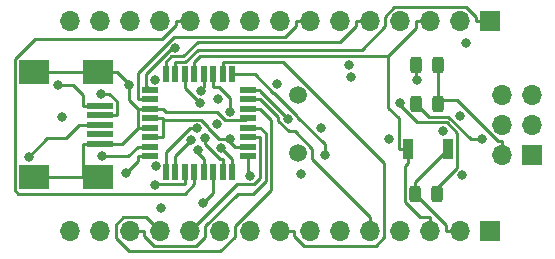
<source format=gbr>
%TF.GenerationSoftware,KiCad,Pcbnew,7.0.10*%
%TF.CreationDate,2024-02-19T12:28:25+05:30*%
%TF.ProjectId,ArduinoNano _Rudra_2021eeb1208,41726475-696e-46f4-9e61-6e6f205f5275,rev?*%
%TF.SameCoordinates,Original*%
%TF.FileFunction,Copper,L1,Top*%
%TF.FilePolarity,Positive*%
%FSLAX46Y46*%
G04 Gerber Fmt 4.6, Leading zero omitted, Abs format (unit mm)*
G04 Created by KiCad (PCBNEW 7.0.10) date 2024-02-19 12:28:25*
%MOMM*%
%LPD*%
G01*
G04 APERTURE LIST*
G04 Aperture macros list*
%AMRoundRect*
0 Rectangle with rounded corners*
0 $1 Rounding radius*
0 $2 $3 $4 $5 $6 $7 $8 $9 X,Y pos of 4 corners*
0 Add a 4 corners polygon primitive as box body*
4,1,4,$2,$3,$4,$5,$6,$7,$8,$9,$2,$3,0*
0 Add four circle primitives for the rounded corners*
1,1,$1+$1,$2,$3*
1,1,$1+$1,$4,$5*
1,1,$1+$1,$6,$7*
1,1,$1+$1,$8,$9*
0 Add four rect primitives between the rounded corners*
20,1,$1+$1,$2,$3,$4,$5,0*
20,1,$1+$1,$4,$5,$6,$7,0*
20,1,$1+$1,$6,$7,$8,$9,0*
20,1,$1+$1,$8,$9,$2,$3,0*%
G04 Aperture macros list end*
%TA.AperFunction,SMDPad,CuDef*%
%ADD10R,0.900000X1.700000*%
%TD*%
%TA.AperFunction,ComponentPad*%
%ADD11R,1.700000X1.700000*%
%TD*%
%TA.AperFunction,ComponentPad*%
%ADD12O,1.700000X1.700000*%
%TD*%
%TA.AperFunction,SMDPad,CuDef*%
%ADD13RoundRect,0.243750X-0.243750X-0.456250X0.243750X-0.456250X0.243750X0.456250X-0.243750X0.456250X0*%
%TD*%
%TA.AperFunction,SMDPad,CuDef*%
%ADD14R,2.250000X0.500000*%
%TD*%
%TA.AperFunction,SMDPad,CuDef*%
%ADD15R,2.500000X2.000000*%
%TD*%
%TA.AperFunction,ComponentPad*%
%ADD16C,1.500000*%
%TD*%
%TA.AperFunction,SMDPad,CuDef*%
%ADD17R,1.473200X0.508000*%
%TD*%
%TA.AperFunction,SMDPad,CuDef*%
%ADD18R,0.508000X1.473200*%
%TD*%
%TA.AperFunction,ViaPad*%
%ADD19C,0.800000*%
%TD*%
%TA.AperFunction,Conductor*%
%ADD20C,0.250000*%
%TD*%
G04 APERTURE END LIST*
D10*
%TO.P,RST1,1,1*%
%TO.N,/RST*%
X93120500Y-107950000D03*
%TO.P,RST1,2,2*%
%TO.N,GND*%
X96520500Y-107950000D03*
%TD*%
D11*
%TO.P,ICSP1,1,MISO*%
%TO.N,/D12{slash}MISO*%
X103632000Y-108458000D03*
D12*
%TO.P,ICSP1,2,VCC*%
%TO.N,+5V*%
X101092000Y-108458000D03*
%TO.P,ICSP1,3,SCK*%
%TO.N,/D13{slash}SCK*%
X103632000Y-105918000D03*
%TO.P,ICSP1,4,MOSI*%
%TO.N,/D11{slash}MOSI*%
X101092000Y-105918000D03*
%TO.P,ICSP1,5,~{RST}*%
%TO.N,/RST*%
X103632000Y-103378000D03*
%TO.P,ICSP1,6,GND*%
%TO.N,GND*%
X101092000Y-103378000D03*
%TD*%
D13*
%TO.P,L1,1,K*%
%TO.N,GND*%
X93707500Y-111760000D03*
%TO.P,L1,2,A*%
%TO.N,Net-(L1-A)*%
X95582500Y-111760000D03*
%TD*%
%TO.P,RX1,1,K*%
%TO.N,Net-(RX1-K)*%
X93804500Y-104140000D03*
%TO.P,RX1,2,A*%
%TO.N,+5V*%
X95679500Y-104140000D03*
%TD*%
D14*
%TO.P,J7,1,VBUS*%
%TO.N,VUSB*%
X67043000Y-104318000D03*
%TO.P,J7,2,D-*%
%TO.N,Net-(J7-D-)*%
X67043000Y-105118000D03*
%TO.P,J7,3,D+*%
%TO.N,Net-(J7-D+)*%
X67043000Y-105918000D03*
%TO.P,J7,4,ID*%
%TO.N,unconnected-(J7-ID-Pad4)*%
X67043000Y-106718000D03*
%TO.P,J7,5,GND*%
%TO.N,GND*%
X67043000Y-107518000D03*
D15*
%TO.P,J7,SH1,SHIELD*%
X66918000Y-101468000D03*
%TO.P,J7,SH2,SHIELD*%
X66918000Y-110368000D03*
%TO.P,J7,SH3,SHIELD*%
X61468000Y-101468000D03*
%TO.P,J7,SH4,SHIELD*%
X61468000Y-110368000D03*
%TD*%
D13*
%TO.P,TX1,1,K*%
%TO.N,Net-(TX1-K)*%
X93804500Y-100838000D03*
%TO.P,TX1,2,A*%
%TO.N,+5V*%
X95679500Y-100838000D03*
%TD*%
D16*
%TO.P,Y1,1,1*%
%TO.N,Net-(U1-(PCINT6{slash}XTAL1{slash}TOSC1)_PB6)*%
X83820000Y-108258000D03*
%TO.P,Y1,2,2*%
%TO.N,Net-(U1-(PCINT7{slash}XTAL2{slash}TOSC2)_PB7)*%
X83820000Y-103378000D03*
%TD*%
D17*
%TO.P,U1,1,(PCINT19/OC2B/INT1)_PD3*%
%TO.N,/D3*%
X71323200Y-102971600D03*
%TO.P,U1,2,(PCINT20/XCK/T0)_PD4*%
%TO.N,/D4*%
X71323200Y-103759000D03*
%TO.P,U1,3,GND_3*%
%TO.N,GND*%
X71323200Y-104571800D03*
%TO.P,U1,4,VCC_2*%
%TO.N,+5C*%
X71323200Y-105359200D03*
%TO.P,U1,5,GND*%
%TO.N,GND*%
X71323200Y-106172000D03*
%TO.P,U1,6,VCC*%
%TO.N,+5C*%
X71323200Y-106959400D03*
%TO.P,U1,7,(PCINT6/XTAL1/TOSC1)_PB6*%
%TO.N,Net-(U1-(PCINT6{slash}XTAL1{slash}TOSC1)_PB6)*%
X71323200Y-107772200D03*
%TO.P,U1,8,(PCINT7/XTAL2/TOSC2)_PB7*%
%TO.N,Net-(U1-(PCINT7{slash}XTAL2{slash}TOSC2)_PB7)*%
X71323200Y-108559600D03*
D18*
%TO.P,U1,9,(PCINT21/OC0B/T1)_PD5*%
%TO.N,/D5*%
X72644000Y-109880400D03*
%TO.P,U1,10,(PCINT22/OC0A/AIN0)_PD6*%
%TO.N,/D6*%
X73431400Y-109880400D03*
%TO.P,U1,11,(PCINT23/AIN1)_PD7*%
%TO.N,/D7*%
X74244200Y-109880400D03*
%TO.P,U1,12,(PCINT0/CLKO/ICP1)_PB0*%
%TO.N,/D8*%
X75031600Y-109880400D03*
%TO.P,U1,13,(PCINT1/OC1A)_PB1*%
%TO.N,/D9*%
X75844400Y-109880400D03*
%TO.P,U1,14,(PCINT2/SS/OC1B)_PB2*%
%TO.N,/D10*%
X76631800Y-109880400D03*
%TO.P,U1,15,(PCINT3/OC2A/MOSI)_PB3*%
%TO.N,/D11{slash}MOSI*%
X77444600Y-109880400D03*
%TO.P,U1,16,(PCINT4/MISO)_PB4*%
%TO.N,/D12{slash}MISO*%
X78232000Y-109880400D03*
D17*
%TO.P,U1,17,PB5_(SCK/PCINT5)*%
%TO.N,/D13{slash}SCK*%
X79552800Y-108559600D03*
%TO.P,U1,18,AVCC*%
%TO.N,+5C*%
X79552800Y-107772200D03*
%TO.P,U1,19,ADC6*%
%TO.N,/A6*%
X79552800Y-106959400D03*
%TO.P,U1,20,AREF*%
%TO.N,/AREF*%
X79552800Y-106172000D03*
%TO.P,U1,21,GND_2*%
%TO.N,GND*%
X79552800Y-105359200D03*
%TO.P,U1,22,ADC7*%
%TO.N,/A7*%
X79552800Y-104571800D03*
%TO.P,U1,23,PC0_(ADC0/PCINT8)*%
%TO.N,/A0*%
X79552800Y-103759000D03*
%TO.P,U1,24,PC1_(ADC1/PCINT9)*%
%TO.N,/A1*%
X79552800Y-102971600D03*
D18*
%TO.P,U1,25,PC2_(ADC2/PCINT10)*%
%TO.N,/A2*%
X78232000Y-101650800D03*
%TO.P,U1,26,PC3_(ADC3/PCINT11)*%
%TO.N,/A3*%
X77444600Y-101650800D03*
%TO.P,U1,27,PC4_(ADC4/SDA/PCINT12)*%
%TO.N,/A4*%
X76631800Y-101650800D03*
%TO.P,U1,28,PC5_(ADC5/SCL/PCINT13)*%
%TO.N,/A5*%
X75844400Y-101650800D03*
%TO.P,U1,29,PC6_(RESET/PCINT14)*%
%TO.N,/RST*%
X75031600Y-101650800D03*
%TO.P,U1,30,PD0_(RXD/PCINT16)*%
%TO.N,/D0{slash}RX*%
X74244200Y-101650800D03*
%TO.P,U1,31,PD1_(TXD/PCINT17)*%
%TO.N,/D1{slash}TX*%
X73431400Y-101650800D03*
%TO.P,U1,32,PD2_(INT0/PCINT18)*%
%TO.N,/D2*%
X72644000Y-101650800D03*
%TD*%
D12*
%TO.P,J2,15,Pin_15*%
%TO.N,/D13{slash}SCK*%
X64516000Y-114935000D03*
%TO.P,J2,14,Pin_14*%
%TO.N,+3V3*%
X67056000Y-114935000D03*
%TO.P,J2,13,Pin_13*%
%TO.N,/AREF*%
X69596000Y-114935000D03*
%TO.P,J2,12,Pin_12*%
%TO.N,/A7*%
X72136000Y-114935000D03*
%TO.P,J2,11,Pin_11*%
%TO.N,/A6*%
X74676000Y-114935000D03*
%TO.P,J2,10,Pin_10*%
%TO.N,/A5*%
X77216000Y-114935000D03*
%TO.P,J2,9,Pin_9*%
%TO.N,/A4*%
X79756000Y-114935000D03*
%TO.P,J2,8,Pin_8*%
%TO.N,/A3*%
X82296000Y-114935000D03*
%TO.P,J2,7,Pin_7*%
%TO.N,/A2*%
X84836000Y-114935000D03*
%TO.P,J2,6,Pin_6*%
%TO.N,/A1*%
X87376000Y-114935000D03*
%TO.P,J2,5,Pin_5*%
%TO.N,/A0*%
X89916000Y-114935000D03*
%TO.P,J2,4,Pin_4*%
%TO.N,+5V*%
X92456000Y-114935000D03*
%TO.P,J2,3,Pin_3*%
%TO.N,/RST*%
X94996000Y-114935000D03*
%TO.P,J2,2,Pin_2*%
%TO.N,GND*%
X97536000Y-114935000D03*
D11*
%TO.P,J2,1,Pin_1*%
%TO.N,VIN*%
X100076000Y-114935000D03*
%TD*%
D12*
%TO.P,J4,15,Pin_15*%
%TO.N,/D12{slash}MISO*%
X64516000Y-97155000D03*
%TO.P,J4,14,Pin_14*%
%TO.N,/D11{slash}MOSI*%
X67056000Y-97155000D03*
%TO.P,J4,13,Pin_13*%
%TO.N,/D10*%
X69596000Y-97155000D03*
%TO.P,J4,12,Pin_12*%
%TO.N,/D9*%
X72136000Y-97155000D03*
%TO.P,J4,11,Pin_11*%
%TO.N,/D8*%
X74676000Y-97155000D03*
%TO.P,J4,10,Pin_10*%
%TO.N,/D7*%
X77216000Y-97155000D03*
%TO.P,J4,9,Pin_9*%
%TO.N,/D6*%
X79756000Y-97155000D03*
%TO.P,J4,8,Pin_8*%
%TO.N,/D5*%
X82296000Y-97155000D03*
%TO.P,J4,7,Pin_7*%
%TO.N,/D4*%
X84836000Y-97155000D03*
%TO.P,J4,6,Pin_6*%
%TO.N,/D3*%
X87376000Y-97155000D03*
%TO.P,J4,5,Pin_5*%
%TO.N,/D2*%
X89916000Y-97155000D03*
%TO.P,J4,4,Pin_4*%
%TO.N,GND*%
X92456000Y-97155000D03*
%TO.P,J4,3,Pin_3*%
%TO.N,/RST*%
X94996000Y-97155000D03*
%TO.P,J4,2,Pin_2*%
%TO.N,/D0{slash}RX*%
X97536000Y-97155000D03*
D11*
%TO.P,J4,1,Pin_1*%
%TO.N,/D1{slash}TX*%
X100076000Y-97155000D03*
%TD*%
D19*
%TO.N,Net-(RX1-K)*%
X99406400Y-107099600D03*
%TO.N,Net-(TX1-K)*%
X93926900Y-102144400D03*
%TO.N,Net-(L1-A)*%
X92419200Y-104071500D03*
%TO.N,Net-(J7-D+)*%
X61028900Y-108637600D03*
%TO.N,Net-(J7-D-)*%
X67131400Y-103268000D03*
%TO.N,Net-(VREG1-A)*%
X88347500Y-101841400D03*
X63807700Y-105281700D03*
%TO.N,VUSB*%
X96102400Y-106436700D03*
X84082800Y-110059300D03*
X63480200Y-102573400D03*
%TO.N,Net-(USB1-CBUS0)*%
X85767100Y-106205600D03*
X97730600Y-110154400D03*
%TO.N,/TX*%
X77080300Y-103702300D03*
X98044000Y-99026800D03*
%TO.N,+3V3*%
X72257600Y-112937400D03*
X82004900Y-102431300D03*
%TO.N,Net-(USB1-DTR)*%
X71777800Y-109420700D03*
X91564700Y-107150300D03*
%TO.N,/RX*%
X76959000Y-105855300D03*
X88146600Y-100823300D03*
%TO.N,/D0{slash}RX*%
X75556700Y-104102100D03*
%TO.N,/A5*%
X75618900Y-103064900D03*
%TO.N,/A4*%
X78095800Y-104798600D03*
%TO.N,/A2*%
X86070700Y-108467000D03*
%TO.N,/A1*%
X82999900Y-105411200D03*
%TO.N,/D13{slash}SCK*%
X79765500Y-110228100D03*
%TO.N,/D12{slash}MISO*%
X77311200Y-107894500D03*
%TO.N,/D11{slash}MOSI*%
X75966700Y-107021100D03*
%TO.N,/D10*%
X75789500Y-112560500D03*
%TO.N,/AREF*%
X97544600Y-105169500D03*
%TO.N,/D9*%
X75352800Y-108072400D03*
%TO.N,/D7*%
X71684200Y-111006800D03*
%TO.N,/D6*%
X74804900Y-107169100D03*
%TO.N,/D5*%
X75255200Y-106194500D03*
%TO.N,/D3*%
X73422600Y-99391200D03*
%TO.N,Net-(U1-(PCINT7{slash}XTAL2{slash}TOSC2)_PB7)*%
X69246100Y-110011900D03*
%TO.N,+5C*%
X78047900Y-107072400D03*
X71674800Y-102083500D03*
%TO.N,Net-(U1-(PCINT6{slash}XTAL1{slash}TOSC1)_PB6)*%
X67187200Y-108581900D03*
%TO.N,GND*%
X69477600Y-102544500D03*
%TD*%
D20*
%TO.N,/D8*%
X75031600Y-109880400D02*
X75031600Y-110943900D01*
X59837800Y-111462500D02*
X59837800Y-100364900D01*
X74238200Y-111737300D02*
X60112600Y-111737300D01*
X75031600Y-110943900D02*
X74238200Y-111737300D01*
X73499100Y-97155000D02*
X74676000Y-97155000D01*
X60112600Y-111737300D02*
X59837800Y-111462500D01*
X59837800Y-100364900D02*
X61564500Y-98638200D01*
X72317200Y-98638200D02*
X73499100Y-97456300D01*
X61564500Y-98638200D02*
X72317200Y-98638200D01*
X73499100Y-97456300D02*
X73499100Y-97155000D01*
%TO.N,Net-(RX1-K)*%
X94877300Y-105212800D02*
X93804500Y-104140000D01*
X96557000Y-105212800D02*
X94877300Y-105212800D01*
X98443800Y-107099600D02*
X96557000Y-105212800D01*
X99406400Y-107099600D02*
X98443800Y-107099600D01*
%TO.N,Net-(TX1-K)*%
X93804500Y-102022000D02*
X93926900Y-102144400D01*
X93804500Y-100838000D02*
X93804500Y-102022000D01*
%TO.N,Net-(L1-A)*%
X95582500Y-111274600D02*
X95582500Y-111760000D01*
X97297400Y-109559700D02*
X95582500Y-111274600D01*
X97297400Y-106595400D02*
X97297400Y-109559700D01*
X96411800Y-105709800D02*
X97297400Y-106595400D01*
X93865400Y-105709800D02*
X96411800Y-105709800D01*
X92419200Y-104263600D02*
X93865400Y-105709800D01*
X92419200Y-104071500D02*
X92419200Y-104263600D01*
%TO.N,/RST*%
X94996000Y-97155000D02*
X93819100Y-97155000D01*
X93120500Y-107950000D02*
X92343600Y-107950000D01*
X94996000Y-114935000D02*
X94996000Y-113758100D01*
X93120500Y-107950000D02*
X93120500Y-109126900D01*
X75031600Y-101650800D02*
X75031600Y-100587300D01*
X94186900Y-113758100D02*
X94996000Y-113758100D01*
X92887600Y-112458800D02*
X94186900Y-113758100D01*
X92887600Y-109359800D02*
X92887600Y-112458800D01*
X93120500Y-109126900D02*
X92887600Y-109359800D01*
X93819100Y-97694700D02*
X91447400Y-100066400D01*
X93819100Y-97155000D02*
X93819100Y-97694700D01*
X92343600Y-105355000D02*
X92343600Y-107950000D01*
X91447400Y-104458800D02*
X92343600Y-105355000D01*
X91447400Y-100066400D02*
X91447400Y-104458800D01*
X75552500Y-100066400D02*
X91447400Y-100066400D01*
X75031600Y-100587300D02*
X75552500Y-100066400D01*
%TO.N,Net-(J7-D+)*%
X62600400Y-107066100D02*
X61028900Y-108637600D01*
X64158400Y-107066100D02*
X62600400Y-107066100D01*
X65306500Y-105918000D02*
X64158400Y-107066100D01*
X67043000Y-105918000D02*
X65306500Y-105918000D01*
%TO.N,Net-(J7-D-)*%
X67830300Y-103268000D02*
X67131400Y-103268000D01*
X68494900Y-103932600D02*
X67830300Y-103268000D01*
X68494900Y-105118000D02*
X68494900Y-103932600D01*
X67043000Y-105118000D02*
X68494900Y-105118000D01*
%TO.N,/D2*%
X89916000Y-97155000D02*
X88739100Y-97155000D01*
X72644000Y-101650800D02*
X72644000Y-100587300D01*
X88739100Y-97522800D02*
X88739100Y-97155000D01*
X87342200Y-98919700D02*
X88739100Y-97522800D01*
X75318300Y-98919700D02*
X87342200Y-98919700D01*
X74119900Y-100118100D02*
X75318300Y-98919700D01*
X73113200Y-100118100D02*
X74119900Y-100118100D01*
X72644000Y-100587300D02*
X73113200Y-100118100D01*
%TO.N,VUSB*%
X65591100Y-103410200D02*
X65591100Y-104318000D01*
X64754300Y-102573400D02*
X65591100Y-103410200D01*
X63480200Y-102573400D02*
X64754300Y-102573400D01*
X67043000Y-104318000D02*
X65591100Y-104318000D01*
%TO.N,/D1{slash}TX*%
X100076000Y-97155000D02*
X98899100Y-97155000D01*
X73431400Y-101650800D02*
X73431400Y-100587300D01*
X98899100Y-96787200D02*
X98899100Y-97155000D01*
X98079300Y-95967400D02*
X98899100Y-96787200D01*
X91972300Y-95967400D02*
X98079300Y-95967400D01*
X91186000Y-96753700D02*
X91972300Y-95967400D01*
X91186000Y-97561400D02*
X91186000Y-96753700D01*
X89201800Y-99545600D02*
X91186000Y-97561400D01*
X75331600Y-99545600D02*
X89201800Y-99545600D01*
X74289900Y-100587300D02*
X75331600Y-99545600D01*
X73431400Y-100587300D02*
X74289900Y-100587300D01*
%TO.N,/D0{slash}RX*%
X74244200Y-102789600D02*
X75556700Y-104102100D01*
X74244200Y-101650800D02*
X74244200Y-102789600D01*
%TO.N,/A5*%
X75844400Y-101650800D02*
X75844400Y-102714300D01*
X75618900Y-102939800D02*
X75618900Y-103064900D01*
X75844400Y-102714300D02*
X75618900Y-102939800D01*
%TO.N,/A4*%
X76631800Y-101650800D02*
X76631800Y-102714300D01*
X78095800Y-103658300D02*
X78095800Y-104798600D01*
X77151800Y-102714300D02*
X78095800Y-103658300D01*
X76631800Y-102714300D02*
X77151800Y-102714300D01*
%TO.N,/A3*%
X82296000Y-114935000D02*
X83472900Y-114935000D01*
X77444600Y-101650800D02*
X77444600Y-100587300D01*
X83472900Y-115302800D02*
X83472900Y-114935000D01*
X84326500Y-116156400D02*
X83472900Y-115302800D01*
X90402900Y-116156400D02*
X84326500Y-116156400D01*
X91115600Y-115443700D02*
X90402900Y-116156400D01*
X91115600Y-109146100D02*
X91115600Y-115443700D01*
X82556800Y-100587300D02*
X91115600Y-109146100D01*
X77444600Y-100587300D02*
X82556800Y-100587300D01*
%TO.N,/A2*%
X86070700Y-107539200D02*
X86070700Y-108467000D01*
X83765400Y-105233900D02*
X86070700Y-107539200D01*
X83765400Y-105143900D02*
X83765400Y-105233900D01*
X81816500Y-103195000D02*
X83765400Y-105143900D01*
X81740700Y-103195000D02*
X81816500Y-103195000D01*
X80196500Y-101650800D02*
X81740700Y-103195000D01*
X78232000Y-101650800D02*
X80196500Y-101650800D01*
%TO.N,/A1*%
X79552800Y-102971600D02*
X80616300Y-102971600D01*
X80616300Y-103027600D02*
X82999900Y-105411200D01*
X80616300Y-102971600D02*
X80616300Y-103027600D01*
%TO.N,/A0*%
X89916000Y-114935000D02*
X89916000Y-113758100D01*
X79552800Y-103759000D02*
X80616300Y-103759000D01*
X85006000Y-108848100D02*
X89916000Y-113758100D01*
X85006000Y-107920700D02*
X85006000Y-108848100D01*
X83544300Y-106459000D02*
X85006000Y-107920700D01*
X83019400Y-106459000D02*
X83544300Y-106459000D01*
X82119700Y-105559300D02*
X83019400Y-106459000D01*
X82119700Y-105262400D02*
X82119700Y-105559300D01*
X80616300Y-103759000D02*
X82119700Y-105262400D01*
%TO.N,/A7*%
X79552800Y-104571800D02*
X80616300Y-104571800D01*
X70959100Y-113758100D02*
X72136000Y-114935000D01*
X69032400Y-113758100D02*
X70959100Y-113758100D01*
X68414300Y-114376200D02*
X69032400Y-113758100D01*
X68414300Y-115496600D02*
X68414300Y-114376200D01*
X69543900Y-116626200D02*
X68414300Y-115496600D01*
X77233100Y-116626200D02*
X69543900Y-116626200D01*
X78486000Y-115373300D02*
X77233100Y-116626200D01*
X78486000Y-114464900D02*
X78486000Y-115373300D01*
X81553000Y-111397900D02*
X78486000Y-114464900D01*
X81553000Y-105508500D02*
X81553000Y-111397900D01*
X80616300Y-104571800D02*
X81553000Y-105508500D01*
%TO.N,/A6*%
X79552800Y-106959400D02*
X80616300Y-106959400D01*
X80616300Y-110405300D02*
X80616300Y-106959400D01*
X80066600Y-110955000D02*
X80616300Y-110405300D01*
X78656000Y-110955000D02*
X80066600Y-110955000D01*
X74676000Y-114935000D02*
X78656000Y-110955000D01*
%TO.N,/D13{slash}SCK*%
X79552800Y-110015400D02*
X79765500Y-110228100D01*
X79552800Y-108559600D02*
X79552800Y-110015400D01*
%TO.N,/D12{slash}MISO*%
X78232000Y-109880400D02*
X78232000Y-108816900D01*
X77311200Y-107896100D02*
X77311200Y-107894500D01*
X78232000Y-108816900D02*
X77311200Y-107896100D01*
%TO.N,/D11{slash}MOSI*%
X75966700Y-107578300D02*
X75966700Y-107021100D01*
X77205300Y-108816900D02*
X75966700Y-107578300D01*
X77444600Y-108816900D02*
X77205300Y-108816900D01*
X77444600Y-109880400D02*
X77444600Y-108816900D01*
%TO.N,/D10*%
X76631800Y-111718200D02*
X76631800Y-109880400D01*
X75789500Y-112560500D02*
X76631800Y-111718200D01*
%TO.N,/AREF*%
X79552800Y-106172000D02*
X80616300Y-106172000D01*
X69596000Y-114935000D02*
X70772900Y-114935000D01*
X81085500Y-106641200D02*
X80616300Y-106172000D01*
X81085500Y-110632700D02*
X81085500Y-106641200D01*
X79981600Y-111736600D02*
X81085500Y-110632700D01*
X78717900Y-111736600D02*
X79981600Y-111736600D01*
X75946000Y-114508500D02*
X78717900Y-111736600D01*
X75946000Y-115412900D02*
X75946000Y-114508500D01*
X75187700Y-116171200D02*
X75946000Y-115412900D01*
X71643300Y-116171200D02*
X75187700Y-116171200D01*
X70772900Y-115300800D02*
X71643300Y-116171200D01*
X70772900Y-114935000D02*
X70772900Y-115300800D01*
%TO.N,/D9*%
X75844400Y-109880400D02*
X75844400Y-108816900D01*
X75352800Y-108325300D02*
X75352800Y-108072400D01*
X75844400Y-108816900D02*
X75352800Y-108325300D01*
%TO.N,/D7*%
X74244200Y-109880400D02*
X74244200Y-110943900D01*
X71747100Y-110943900D02*
X71684200Y-111006800D01*
X74244200Y-110943900D02*
X71747100Y-110943900D01*
%TO.N,/D6*%
X73431400Y-108542600D02*
X73431400Y-109880400D01*
X74804900Y-107169100D02*
X73431400Y-108542600D01*
%TO.N,/D5*%
X74703200Y-106194500D02*
X75255200Y-106194500D01*
X72644000Y-108253700D02*
X74703200Y-106194500D01*
X72644000Y-109880400D02*
X72644000Y-108253700D01*
%TO.N,/D4*%
X83659100Y-97520800D02*
X83659100Y-97155000D01*
X82741800Y-98438100D02*
X83659100Y-97520800D01*
X73347800Y-98438100D02*
X82741800Y-98438100D01*
X70259700Y-101526200D02*
X73347800Y-98438100D01*
X70259700Y-103759000D02*
X70259700Y-101526200D01*
X71323200Y-103759000D02*
X70259700Y-103759000D01*
X84836000Y-97155000D02*
X83659100Y-97155000D01*
%TO.N,/D3*%
X73184300Y-99391200D02*
X73422600Y-99391200D01*
X70935200Y-101640300D02*
X73184300Y-99391200D01*
X70935200Y-102583600D02*
X70935200Y-101640300D01*
X71323200Y-102971600D02*
X70935200Y-102583600D01*
%TO.N,Net-(U1-(PCINT7{slash}XTAL2{slash}TOSC2)_PB7)*%
X71323200Y-108559600D02*
X70259700Y-108559600D01*
X70259700Y-108998300D02*
X69246100Y-110011900D01*
X70259700Y-108559600D02*
X70259700Y-108998300D01*
%TO.N,+5C*%
X71323200Y-105359200D02*
X72386700Y-105359200D01*
X71323200Y-106959400D02*
X72386700Y-106959400D01*
X79552800Y-107772200D02*
X78489300Y-107772200D01*
X72386700Y-106959400D02*
X72386700Y-105465100D01*
X72386700Y-105465100D02*
X72386700Y-105359200D01*
X78047900Y-107330800D02*
X78489300Y-107772200D01*
X78047900Y-107072400D02*
X78047900Y-107330800D01*
X77148200Y-107072400D02*
X78047900Y-107072400D01*
X76232100Y-106156300D02*
X77148200Y-107072400D01*
X76232100Y-106081300D02*
X76232100Y-106156300D01*
X75615900Y-105465100D02*
X76232100Y-106081300D01*
X72386700Y-105465100D02*
X75615900Y-105465100D01*
%TO.N,+5V*%
X101092000Y-108458000D02*
X101092000Y-107281100D01*
X95679500Y-103479200D02*
X96009900Y-103809600D01*
X95679500Y-100838000D02*
X95679500Y-103479200D01*
X96009900Y-103809600D02*
X95679500Y-104140000D01*
X97296300Y-103809600D02*
X96009900Y-103809600D01*
X100767800Y-107281100D02*
X97296300Y-103809600D01*
X101092000Y-107281100D02*
X100767800Y-107281100D01*
%TO.N,Net-(U1-(PCINT6{slash}XTAL1{slash}TOSC1)_PB6)*%
X71323200Y-107772200D02*
X70259700Y-107772200D01*
X69450000Y-108581900D02*
X67187200Y-108581900D01*
X70259700Y-107772200D02*
X69450000Y-108581900D01*
%TO.N,GND*%
X67043000Y-107518000D02*
X65591100Y-107518000D01*
X66918000Y-101468000D02*
X68494900Y-101468000D01*
X61468000Y-101468000D02*
X63044900Y-101468000D01*
X66918000Y-101468000D02*
X65341100Y-101468000D01*
X61468000Y-110368000D02*
X63044900Y-110368000D01*
X65591100Y-107518000D02*
X65591100Y-110315400D01*
X65643700Y-110368000D02*
X66918000Y-110368000D01*
X65591100Y-110315400D02*
X65643700Y-110368000D01*
X63097500Y-110315400D02*
X63044900Y-110368000D01*
X65591100Y-110315400D02*
X63097500Y-110315400D01*
X67043000Y-107518000D02*
X68494900Y-107518000D01*
X71323200Y-106172000D02*
X70259700Y-106172000D01*
X68913700Y-107518000D02*
X68494900Y-107518000D01*
X70259700Y-106172000D02*
X68913700Y-107518000D01*
X97536000Y-114935000D02*
X96359100Y-114935000D01*
X93734200Y-111760000D02*
X93707500Y-111760000D01*
X96359100Y-114384900D02*
X93734200Y-111760000D01*
X96359100Y-114935000D02*
X96359100Y-114384900D01*
X93734200Y-110736300D02*
X96520500Y-107950000D01*
X93734200Y-111760000D02*
X93734200Y-110736300D01*
X71323200Y-104571800D02*
X72386700Y-104571800D01*
X71323200Y-104571800D02*
X70259700Y-104571800D01*
X70259700Y-106172000D02*
X70259700Y-104571800D01*
X65341100Y-101468000D02*
X63044900Y-101468000D01*
X69477600Y-103789700D02*
X69477600Y-102544500D01*
X70259700Y-104571800D02*
X69477600Y-103789700D01*
X69477600Y-102450700D02*
X69477600Y-102544500D01*
X68494900Y-101468000D02*
X69477600Y-102450700D01*
X72675300Y-104860400D02*
X72386700Y-104571800D01*
X76993700Y-104860400D02*
X72675300Y-104860400D01*
X77677700Y-105544400D02*
X76993700Y-104860400D01*
X79367600Y-105544400D02*
X77677700Y-105544400D01*
X79552800Y-105359200D02*
X79367600Y-105544400D01*
%TD*%
M02*

</source>
